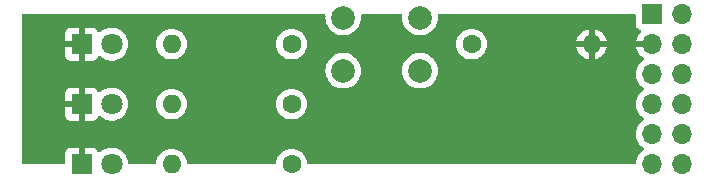
<source format=gbr>
%TF.GenerationSoftware,KiCad,Pcbnew,7.0.10*%
%TF.CreationDate,2024-01-31T18:25:17+09:00*%
%TF.ProjectId,test,74657374-2e6b-4696-9361-645f70636258,rev?*%
%TF.SameCoordinates,Original*%
%TF.FileFunction,Copper,L2,Bot*%
%TF.FilePolarity,Positive*%
%FSLAX46Y46*%
G04 Gerber Fmt 4.6, Leading zero omitted, Abs format (unit mm)*
G04 Created by KiCad (PCBNEW 7.0.10) date 2024-01-31 18:25:17*
%MOMM*%
%LPD*%
G01*
G04 APERTURE LIST*
%TA.AperFunction,ComponentPad*%
%ADD10C,2.000000*%
%TD*%
%TA.AperFunction,ComponentPad*%
%ADD11C,1.600000*%
%TD*%
%TA.AperFunction,ComponentPad*%
%ADD12O,1.600000X1.600000*%
%TD*%
%TA.AperFunction,ComponentPad*%
%ADD13R,1.700000X1.700000*%
%TD*%
%TA.AperFunction,ComponentPad*%
%ADD14O,1.700000X1.700000*%
%TD*%
%TA.AperFunction,ComponentPad*%
%ADD15R,1.800000X1.800000*%
%TD*%
%TA.AperFunction,ComponentPad*%
%ADD16C,1.800000*%
%TD*%
%TA.AperFunction,ViaPad*%
%ADD17C,0.800000*%
%TD*%
G04 APERTURE END LIST*
D10*
%TO.P,SW1,1,1*%
%TO.N,Net-(J1-Pin_1)*%
X108510000Y-58710000D03*
X115010000Y-58710000D03*
%TO.P,SW1,2,2*%
%TO.N,Net-(J1-Pin_5)*%
X108510000Y-63210000D03*
X115010000Y-63210000D03*
%TD*%
D11*
%TO.P,R1,1*%
%TO.N,Net-(J1-Pin_7)*%
X104140000Y-60960000D03*
D12*
%TO.P,R1,2*%
%TO.N,Net-(D1-A)*%
X93980000Y-60960000D03*
%TD*%
D11*
%TO.P,R4,1*%
%TO.N,Net-(J1-Pin_5)*%
X119380000Y-60960000D03*
D12*
%TO.P,R4,2*%
%TO.N,GND*%
X129540000Y-60960000D03*
%TD*%
D11*
%TO.P,R3,1*%
%TO.N,Net-(J1-Pin_11)*%
X104140000Y-71120000D03*
D12*
%TO.P,R3,2*%
%TO.N,Net-(D3-A)*%
X93980000Y-71120000D03*
%TD*%
D13*
%TO.P,J1,1,Pin_1*%
%TO.N,Net-(J1-Pin_1)*%
X134620000Y-58420000D03*
D14*
%TO.P,J1,2,Pin_2*%
%TO.N,unconnected-(J1-Pin_2-Pad2)*%
X137160000Y-58420000D03*
%TO.P,J1,3,Pin_3*%
%TO.N,GND*%
X134620000Y-60960000D03*
%TO.P,J1,4,Pin_4*%
%TO.N,unconnected-(J1-Pin_4-Pad4)*%
X137160000Y-60960000D03*
%TO.P,J1,5,Pin_5*%
%TO.N,Net-(J1-Pin_5)*%
X134620000Y-63500000D03*
%TO.P,J1,6,Pin_6*%
%TO.N,unconnected-(J1-Pin_6-Pad6)*%
X137160000Y-63500000D03*
%TO.P,J1,7,Pin_7*%
%TO.N,Net-(J1-Pin_7)*%
X134620000Y-66040000D03*
%TO.P,J1,8,Pin_8*%
%TO.N,unconnected-(J1-Pin_8-Pad8)*%
X137160000Y-66040000D03*
%TO.P,J1,9,Pin_9*%
%TO.N,Net-(J1-Pin_9)*%
X134620000Y-68580000D03*
%TO.P,J1,10,Pin_10*%
%TO.N,unconnected-(J1-Pin_10-Pad10)*%
X137160000Y-68580000D03*
%TO.P,J1,11,Pin_11*%
%TO.N,Net-(J1-Pin_11)*%
X134620000Y-71120000D03*
%TO.P,J1,12,Pin_12*%
%TO.N,unconnected-(J1-Pin_12-Pad12)*%
X137160000Y-71120000D03*
%TD*%
D11*
%TO.P,R2,1*%
%TO.N,Net-(J1-Pin_9)*%
X104140000Y-66040000D03*
D12*
%TO.P,R2,2*%
%TO.N,Net-(D2-A)*%
X93980000Y-66040000D03*
%TD*%
D15*
%TO.P,D2,1,K*%
%TO.N,GND*%
X86360000Y-66040000D03*
D16*
%TO.P,D2,2,A*%
%TO.N,Net-(D2-A)*%
X88900000Y-66040000D03*
%TD*%
D15*
%TO.P,D3,1,K*%
%TO.N,GND*%
X86360000Y-71120000D03*
D16*
%TO.P,D3,2,A*%
%TO.N,Net-(D3-A)*%
X88900000Y-71120000D03*
%TD*%
D15*
%TO.P,D1,1,K*%
%TO.N,GND*%
X86360000Y-60960000D03*
D16*
%TO.P,D1,2,A*%
%TO.N,Net-(D1-A)*%
X88900000Y-60960000D03*
%TD*%
D17*
%TO.N,GND*%
X83820000Y-66040000D03*
X132080000Y-60960000D03*
X83820000Y-60960000D03*
%TD*%
%TA.AperFunction,Conductor*%
%TO.N,GND*%
G36*
X106960726Y-58439685D02*
G01*
X107006481Y-58492489D01*
X107017263Y-58554240D01*
X107004357Y-58709994D01*
X107004357Y-58710005D01*
X107024890Y-58957812D01*
X107024892Y-58957824D01*
X107085936Y-59198881D01*
X107185826Y-59426606D01*
X107321833Y-59634782D01*
X107321836Y-59634785D01*
X107490256Y-59817738D01*
X107686491Y-59970474D01*
X107686493Y-59970475D01*
X107904757Y-60088594D01*
X107905190Y-60088828D01*
X108140386Y-60169571D01*
X108385665Y-60210500D01*
X108634335Y-60210500D01*
X108879614Y-60169571D01*
X109114810Y-60088828D01*
X109333509Y-59970474D01*
X109529744Y-59817738D01*
X109698164Y-59634785D01*
X109834173Y-59426607D01*
X109934063Y-59198881D01*
X109995108Y-58957821D01*
X110015643Y-58710000D01*
X110015643Y-58709994D01*
X110002737Y-58554240D01*
X110016818Y-58485804D01*
X110065663Y-58435845D01*
X110126313Y-58420000D01*
X113393687Y-58420000D01*
X113460726Y-58439685D01*
X113506481Y-58492489D01*
X113517263Y-58554240D01*
X113504357Y-58709994D01*
X113504357Y-58710005D01*
X113524890Y-58957812D01*
X113524892Y-58957824D01*
X113585936Y-59198881D01*
X113685826Y-59426606D01*
X113821833Y-59634782D01*
X113821836Y-59634785D01*
X113990256Y-59817738D01*
X114186491Y-59970474D01*
X114186493Y-59970475D01*
X114404757Y-60088594D01*
X114405190Y-60088828D01*
X114640386Y-60169571D01*
X114885665Y-60210500D01*
X115134335Y-60210500D01*
X115379614Y-60169571D01*
X115614810Y-60088828D01*
X115833509Y-59970474D01*
X116029744Y-59817738D01*
X116198164Y-59634785D01*
X116334173Y-59426607D01*
X116434063Y-59198881D01*
X116495108Y-58957821D01*
X116515643Y-58710000D01*
X116515643Y-58709994D01*
X116502737Y-58554240D01*
X116516818Y-58485804D01*
X116565663Y-58435845D01*
X116626313Y-58420000D01*
X133145501Y-58420000D01*
X133212540Y-58439685D01*
X133258295Y-58492489D01*
X133269501Y-58544000D01*
X133269501Y-59317876D01*
X133275908Y-59377483D01*
X133326202Y-59512328D01*
X133326206Y-59512335D01*
X133412452Y-59627544D01*
X133412455Y-59627547D01*
X133527664Y-59713793D01*
X133527671Y-59713797D01*
X133589902Y-59737007D01*
X133659598Y-59763002D01*
X133715531Y-59804873D01*
X133739949Y-59870337D01*
X133725098Y-59938610D01*
X133703947Y-59966865D01*
X133581886Y-60088926D01*
X133446400Y-60282420D01*
X133446399Y-60282422D01*
X133346570Y-60496507D01*
X133346567Y-60496513D01*
X133289364Y-60709999D01*
X133289364Y-60710000D01*
X134186314Y-60710000D01*
X134160507Y-60750156D01*
X134120000Y-60888111D01*
X134120000Y-61031889D01*
X134160507Y-61169844D01*
X134186314Y-61210000D01*
X133289364Y-61210000D01*
X133346567Y-61423486D01*
X133346570Y-61423492D01*
X133446399Y-61637578D01*
X133581894Y-61831082D01*
X133748917Y-61998105D01*
X133934595Y-62128119D01*
X133978219Y-62182696D01*
X133985412Y-62252195D01*
X133953890Y-62314549D01*
X133934595Y-62331269D01*
X133748594Y-62461508D01*
X133581505Y-62628597D01*
X133445965Y-62822169D01*
X133445964Y-62822171D01*
X133346098Y-63036335D01*
X133346094Y-63036344D01*
X133284938Y-63264586D01*
X133284936Y-63264596D01*
X133264341Y-63499999D01*
X133264341Y-63500000D01*
X133284936Y-63735403D01*
X133284938Y-63735413D01*
X133346094Y-63963655D01*
X133346096Y-63963659D01*
X133346097Y-63963663D01*
X133350000Y-63972032D01*
X133445965Y-64177830D01*
X133445967Y-64177834D01*
X133543930Y-64317738D01*
X133581501Y-64371396D01*
X133581506Y-64371402D01*
X133748597Y-64538493D01*
X133748603Y-64538498D01*
X133934158Y-64668425D01*
X133977783Y-64723002D01*
X133984977Y-64792500D01*
X133953454Y-64854855D01*
X133934158Y-64871575D01*
X133748597Y-65001505D01*
X133581505Y-65168597D01*
X133445965Y-65362169D01*
X133445964Y-65362171D01*
X133346098Y-65576335D01*
X133346094Y-65576344D01*
X133284938Y-65804586D01*
X133284936Y-65804596D01*
X133264341Y-66039999D01*
X133264341Y-66040000D01*
X133284936Y-66275403D01*
X133284938Y-66275413D01*
X133346094Y-66503655D01*
X133346096Y-66503659D01*
X133346097Y-66503663D01*
X133350000Y-66512032D01*
X133445965Y-66717830D01*
X133445967Y-66717834D01*
X133554281Y-66872521D01*
X133581501Y-66911396D01*
X133581506Y-66911402D01*
X133748597Y-67078493D01*
X133748603Y-67078498D01*
X133934158Y-67208425D01*
X133977783Y-67263002D01*
X133984977Y-67332500D01*
X133953454Y-67394855D01*
X133934158Y-67411575D01*
X133748597Y-67541505D01*
X133581505Y-67708597D01*
X133445965Y-67902169D01*
X133445964Y-67902171D01*
X133346098Y-68116335D01*
X133346094Y-68116344D01*
X133284938Y-68344586D01*
X133284936Y-68344596D01*
X133264341Y-68579999D01*
X133264341Y-68580000D01*
X133284936Y-68815403D01*
X133284938Y-68815413D01*
X133346094Y-69043655D01*
X133346096Y-69043659D01*
X133346097Y-69043663D01*
X133350000Y-69052032D01*
X133445965Y-69257830D01*
X133445967Y-69257834D01*
X133554281Y-69412521D01*
X133581501Y-69451396D01*
X133581506Y-69451402D01*
X133748597Y-69618493D01*
X133748603Y-69618498D01*
X133934158Y-69748425D01*
X133977783Y-69803002D01*
X133984977Y-69872500D01*
X133953454Y-69934855D01*
X133934158Y-69951575D01*
X133748597Y-70081505D01*
X133581505Y-70248597D01*
X133445965Y-70442169D01*
X133445964Y-70442171D01*
X133346098Y-70656335D01*
X133346094Y-70656344D01*
X133284938Y-70884586D01*
X133284936Y-70884596D01*
X133274244Y-71006808D01*
X133248791Y-71071877D01*
X133192200Y-71112855D01*
X133150716Y-71120000D01*
X105559093Y-71120000D01*
X105492054Y-71100315D01*
X105446299Y-71047511D01*
X105435565Y-71006808D01*
X105425635Y-70893312D01*
X105425635Y-70893308D01*
X105366739Y-70673504D01*
X105270568Y-70467266D01*
X105140047Y-70280861D01*
X105140045Y-70280858D01*
X104979141Y-70119954D01*
X104792734Y-69989432D01*
X104792732Y-69989431D01*
X104586497Y-69893261D01*
X104586488Y-69893258D01*
X104366697Y-69834366D01*
X104366693Y-69834365D01*
X104366692Y-69834365D01*
X104366691Y-69834364D01*
X104366686Y-69834364D01*
X104140002Y-69814532D01*
X104139998Y-69814532D01*
X103913313Y-69834364D01*
X103913302Y-69834366D01*
X103693511Y-69893258D01*
X103693502Y-69893261D01*
X103487267Y-69989431D01*
X103487265Y-69989432D01*
X103300858Y-70119954D01*
X103139954Y-70280858D01*
X103009432Y-70467265D01*
X103009431Y-70467267D01*
X102913261Y-70673502D01*
X102913258Y-70673511D01*
X102854366Y-70893302D01*
X102854364Y-70893312D01*
X102844435Y-71006808D01*
X102818982Y-71071876D01*
X102762392Y-71112855D01*
X102720907Y-71120000D01*
X95399093Y-71120000D01*
X95332054Y-71100315D01*
X95286299Y-71047511D01*
X95275565Y-71006808D01*
X95265635Y-70893312D01*
X95265635Y-70893308D01*
X95206739Y-70673504D01*
X95110568Y-70467266D01*
X94980047Y-70280861D01*
X94980045Y-70280858D01*
X94819141Y-70119954D01*
X94632734Y-69989432D01*
X94632732Y-69989431D01*
X94426497Y-69893261D01*
X94426488Y-69893258D01*
X94206697Y-69834366D01*
X94206693Y-69834365D01*
X94206692Y-69834365D01*
X94206691Y-69834364D01*
X94206686Y-69834364D01*
X93980002Y-69814532D01*
X93979998Y-69814532D01*
X93753313Y-69834364D01*
X93753302Y-69834366D01*
X93533511Y-69893258D01*
X93533502Y-69893261D01*
X93327267Y-69989431D01*
X93327265Y-69989432D01*
X93140858Y-70119954D01*
X92979954Y-70280858D01*
X92849432Y-70467265D01*
X92849431Y-70467267D01*
X92753261Y-70673502D01*
X92753258Y-70673511D01*
X92694366Y-70893302D01*
X92694364Y-70893312D01*
X92684435Y-71006808D01*
X92658982Y-71071876D01*
X92602392Y-71112855D01*
X92560907Y-71120000D01*
X90419450Y-71120000D01*
X90352411Y-71100315D01*
X90306656Y-71047511D01*
X90295874Y-71006243D01*
X90286134Y-70888695D01*
X90272856Y-70836260D01*
X90229157Y-70663699D01*
X90135924Y-70451151D01*
X90008983Y-70256852D01*
X90008980Y-70256849D01*
X90008979Y-70256847D01*
X89851784Y-70086087D01*
X89851779Y-70086083D01*
X89851777Y-70086081D01*
X89668634Y-69943535D01*
X89668628Y-69943531D01*
X89464504Y-69833064D01*
X89464495Y-69833061D01*
X89244984Y-69757702D01*
X89057404Y-69726401D01*
X89016049Y-69719500D01*
X88783951Y-69719500D01*
X88742596Y-69726401D01*
X88555015Y-69757702D01*
X88335504Y-69833061D01*
X88335495Y-69833064D01*
X88131371Y-69943531D01*
X88131365Y-69943535D01*
X87948222Y-70086081D01*
X87948215Y-70086087D01*
X87939484Y-70095572D01*
X87879595Y-70131561D01*
X87809757Y-70129458D01*
X87752143Y-70089932D01*
X87732075Y-70054918D01*
X87703355Y-69977915D01*
X87703350Y-69977906D01*
X87617190Y-69862812D01*
X87617187Y-69862809D01*
X87502093Y-69776649D01*
X87502086Y-69776645D01*
X87367379Y-69726403D01*
X87367372Y-69726401D01*
X87307844Y-69720000D01*
X86610000Y-69720000D01*
X86610000Y-70745810D01*
X86557453Y-70709984D01*
X86427827Y-70670000D01*
X86326276Y-70670000D01*
X86225862Y-70685135D01*
X86110000Y-70740931D01*
X86110000Y-69720000D01*
X85412155Y-69720000D01*
X85352627Y-69726401D01*
X85352620Y-69726403D01*
X85217913Y-69776645D01*
X85217906Y-69776649D01*
X85102812Y-69862809D01*
X85102809Y-69862812D01*
X85016649Y-69977906D01*
X85016645Y-69977913D01*
X84966403Y-70112620D01*
X84966401Y-70112627D01*
X84960000Y-70172155D01*
X84960000Y-70996000D01*
X84940315Y-71063039D01*
X84887511Y-71108794D01*
X84836000Y-71120000D01*
X81404000Y-71120000D01*
X81336961Y-71100315D01*
X81291206Y-71047511D01*
X81280000Y-70996000D01*
X81280000Y-66987844D01*
X84960000Y-66987844D01*
X84966401Y-67047372D01*
X84966403Y-67047379D01*
X85016645Y-67182086D01*
X85016649Y-67182093D01*
X85102809Y-67297187D01*
X85102812Y-67297190D01*
X85217906Y-67383350D01*
X85217913Y-67383354D01*
X85352620Y-67433596D01*
X85352627Y-67433598D01*
X85412155Y-67439999D01*
X85412172Y-67440000D01*
X86110000Y-67440000D01*
X86110000Y-66414189D01*
X86162547Y-66450016D01*
X86292173Y-66490000D01*
X86393724Y-66490000D01*
X86494138Y-66474865D01*
X86610000Y-66419068D01*
X86610000Y-67440000D01*
X87307828Y-67440000D01*
X87307844Y-67439999D01*
X87367372Y-67433598D01*
X87367379Y-67433596D01*
X87502086Y-67383354D01*
X87502093Y-67383350D01*
X87617187Y-67297190D01*
X87617190Y-67297187D01*
X87703350Y-67182093D01*
X87703355Y-67182084D01*
X87732075Y-67105081D01*
X87773945Y-67049147D01*
X87839409Y-67024729D01*
X87907682Y-67039580D01*
X87939484Y-67064428D01*
X87948216Y-67073913D01*
X87948219Y-67073915D01*
X87948222Y-67073918D01*
X88131365Y-67216464D01*
X88131371Y-67216468D01*
X88131374Y-67216470D01*
X88335497Y-67326936D01*
X88389479Y-67345468D01*
X88555015Y-67402297D01*
X88555017Y-67402297D01*
X88555019Y-67402298D01*
X88783951Y-67440500D01*
X88783952Y-67440500D01*
X89016048Y-67440500D01*
X89016049Y-67440500D01*
X89244981Y-67402298D01*
X89464503Y-67326936D01*
X89668626Y-67216470D01*
X89678963Y-67208425D01*
X89845893Y-67078498D01*
X89851784Y-67073913D01*
X90008979Y-66903153D01*
X90135924Y-66708849D01*
X90229157Y-66496300D01*
X90286134Y-66271305D01*
X90286516Y-66266697D01*
X90305300Y-66040006D01*
X90305300Y-66040001D01*
X92674532Y-66040001D01*
X92694364Y-66266686D01*
X92694366Y-66266697D01*
X92753258Y-66486488D01*
X92753261Y-66486497D01*
X92849431Y-66692732D01*
X92849432Y-66692734D01*
X92979954Y-66879141D01*
X93140858Y-67040045D01*
X93140861Y-67040047D01*
X93327266Y-67170568D01*
X93533504Y-67266739D01*
X93753308Y-67325635D01*
X93915230Y-67339801D01*
X93979998Y-67345468D01*
X93980000Y-67345468D01*
X93980002Y-67345468D01*
X94036673Y-67340509D01*
X94206692Y-67325635D01*
X94426496Y-67266739D01*
X94632734Y-67170568D01*
X94819139Y-67040047D01*
X94980047Y-66879139D01*
X95110568Y-66692734D01*
X95206739Y-66486496D01*
X95265635Y-66266692D01*
X95282634Y-66072384D01*
X95285468Y-66040001D01*
X102834532Y-66040001D01*
X102854364Y-66266686D01*
X102854366Y-66266697D01*
X102913258Y-66486488D01*
X102913261Y-66486497D01*
X103009431Y-66692732D01*
X103009432Y-66692734D01*
X103139954Y-66879141D01*
X103300858Y-67040045D01*
X103300861Y-67040047D01*
X103487266Y-67170568D01*
X103693504Y-67266739D01*
X103913308Y-67325635D01*
X104075230Y-67339801D01*
X104139998Y-67345468D01*
X104140000Y-67345468D01*
X104140002Y-67345468D01*
X104196673Y-67340509D01*
X104366692Y-67325635D01*
X104586496Y-67266739D01*
X104792734Y-67170568D01*
X104979139Y-67040047D01*
X105140047Y-66879139D01*
X105270568Y-66692734D01*
X105366739Y-66486496D01*
X105425635Y-66266692D01*
X105442634Y-66072384D01*
X105445468Y-66040001D01*
X105445468Y-66039998D01*
X105425635Y-65813313D01*
X105425635Y-65813308D01*
X105366739Y-65593504D01*
X105270568Y-65387266D01*
X105140047Y-65200861D01*
X105140045Y-65200858D01*
X104979141Y-65039954D01*
X104792734Y-64909432D01*
X104792732Y-64909431D01*
X104586497Y-64813261D01*
X104586488Y-64813258D01*
X104366697Y-64754366D01*
X104366693Y-64754365D01*
X104366692Y-64754365D01*
X104366691Y-64754364D01*
X104366686Y-64754364D01*
X104140002Y-64734532D01*
X104139998Y-64734532D01*
X103913313Y-64754364D01*
X103913302Y-64754366D01*
X103693511Y-64813258D01*
X103693502Y-64813261D01*
X103487267Y-64909431D01*
X103487265Y-64909432D01*
X103300858Y-65039954D01*
X103139954Y-65200858D01*
X103009432Y-65387265D01*
X103009431Y-65387267D01*
X102913261Y-65593502D01*
X102913258Y-65593511D01*
X102854366Y-65813302D01*
X102854364Y-65813313D01*
X102834532Y-66039998D01*
X102834532Y-66040001D01*
X95285468Y-66040001D01*
X95285468Y-66039998D01*
X95265635Y-65813313D01*
X95265635Y-65813308D01*
X95206739Y-65593504D01*
X95110568Y-65387266D01*
X94980047Y-65200861D01*
X94980045Y-65200858D01*
X94819141Y-65039954D01*
X94632734Y-64909432D01*
X94632732Y-64909431D01*
X94426497Y-64813261D01*
X94426488Y-64813258D01*
X94206697Y-64754366D01*
X94206693Y-64754365D01*
X94206692Y-64754365D01*
X94206691Y-64754364D01*
X94206686Y-64754364D01*
X93980002Y-64734532D01*
X93979998Y-64734532D01*
X93753313Y-64754364D01*
X93753302Y-64754366D01*
X93533511Y-64813258D01*
X93533502Y-64813261D01*
X93327267Y-64909431D01*
X93327265Y-64909432D01*
X93140858Y-65039954D01*
X92979954Y-65200858D01*
X92849432Y-65387265D01*
X92849431Y-65387267D01*
X92753261Y-65593502D01*
X92753258Y-65593511D01*
X92694366Y-65813302D01*
X92694364Y-65813313D01*
X92674532Y-66039998D01*
X92674532Y-66040001D01*
X90305300Y-66040001D01*
X90305300Y-66039993D01*
X90286135Y-65808702D01*
X90286133Y-65808691D01*
X90229157Y-65583699D01*
X90135924Y-65371151D01*
X90008983Y-65176852D01*
X90008980Y-65176849D01*
X90008979Y-65176847D01*
X89851784Y-65006087D01*
X89851779Y-65006083D01*
X89851777Y-65006081D01*
X89668634Y-64863535D01*
X89668628Y-64863531D01*
X89464504Y-64753064D01*
X89464495Y-64753061D01*
X89244984Y-64677702D01*
X89057404Y-64646401D01*
X89016049Y-64639500D01*
X88783951Y-64639500D01*
X88742596Y-64646401D01*
X88555015Y-64677702D01*
X88335504Y-64753061D01*
X88335495Y-64753064D01*
X88131371Y-64863531D01*
X88131365Y-64863535D01*
X87948222Y-65006081D01*
X87948215Y-65006087D01*
X87939484Y-65015572D01*
X87879595Y-65051561D01*
X87809757Y-65049458D01*
X87752143Y-65009932D01*
X87732075Y-64974918D01*
X87703355Y-64897915D01*
X87703350Y-64897906D01*
X87617190Y-64782812D01*
X87617187Y-64782809D01*
X87502093Y-64696649D01*
X87502086Y-64696645D01*
X87367379Y-64646403D01*
X87367372Y-64646401D01*
X87307844Y-64640000D01*
X86610000Y-64640000D01*
X86610000Y-65665810D01*
X86557453Y-65629984D01*
X86427827Y-65590000D01*
X86326276Y-65590000D01*
X86225862Y-65605135D01*
X86110000Y-65660931D01*
X86110000Y-64640000D01*
X85412155Y-64640000D01*
X85352627Y-64646401D01*
X85352620Y-64646403D01*
X85217913Y-64696645D01*
X85217906Y-64696649D01*
X85102812Y-64782809D01*
X85102809Y-64782812D01*
X85016649Y-64897906D01*
X85016645Y-64897913D01*
X84966403Y-65032620D01*
X84966401Y-65032627D01*
X84960000Y-65092155D01*
X84960000Y-65790000D01*
X85984722Y-65790000D01*
X85936375Y-65873740D01*
X85906190Y-66005992D01*
X85916327Y-66141265D01*
X85965887Y-66267541D01*
X85983797Y-66290000D01*
X84960000Y-66290000D01*
X84960000Y-66987844D01*
X81280000Y-66987844D01*
X81280000Y-63210005D01*
X107004357Y-63210005D01*
X107024890Y-63457812D01*
X107024892Y-63457824D01*
X107085936Y-63698881D01*
X107185826Y-63926606D01*
X107321833Y-64134782D01*
X107351074Y-64166546D01*
X107490256Y-64317738D01*
X107686491Y-64470474D01*
X107905190Y-64588828D01*
X108140386Y-64669571D01*
X108385665Y-64710500D01*
X108634335Y-64710500D01*
X108879614Y-64669571D01*
X109114810Y-64588828D01*
X109333509Y-64470474D01*
X109529744Y-64317738D01*
X109698164Y-64134785D01*
X109834173Y-63926607D01*
X109934063Y-63698881D01*
X109995108Y-63457821D01*
X110011119Y-63264596D01*
X110015643Y-63210005D01*
X113504357Y-63210005D01*
X113524890Y-63457812D01*
X113524892Y-63457824D01*
X113585936Y-63698881D01*
X113685826Y-63926606D01*
X113821833Y-64134782D01*
X113851074Y-64166546D01*
X113990256Y-64317738D01*
X114186491Y-64470474D01*
X114405190Y-64588828D01*
X114640386Y-64669571D01*
X114885665Y-64710500D01*
X115134335Y-64710500D01*
X115379614Y-64669571D01*
X115614810Y-64588828D01*
X115833509Y-64470474D01*
X116029744Y-64317738D01*
X116198164Y-64134785D01*
X116334173Y-63926607D01*
X116434063Y-63698881D01*
X116495108Y-63457821D01*
X116511119Y-63264596D01*
X116515643Y-63210005D01*
X116515643Y-63209994D01*
X116495109Y-62962187D01*
X116495107Y-62962175D01*
X116434063Y-62721118D01*
X116334173Y-62493393D01*
X116198166Y-62285217D01*
X116167767Y-62252195D01*
X116029744Y-62102262D01*
X115833509Y-61949526D01*
X115833507Y-61949525D01*
X115833506Y-61949524D01*
X115614811Y-61831172D01*
X115614802Y-61831169D01*
X115379616Y-61750429D01*
X115134335Y-61709500D01*
X114885665Y-61709500D01*
X114640383Y-61750429D01*
X114405197Y-61831169D01*
X114405188Y-61831172D01*
X114186493Y-61949524D01*
X113990257Y-62102261D01*
X113821833Y-62285217D01*
X113685826Y-62493393D01*
X113585936Y-62721118D01*
X113524892Y-62962175D01*
X113524890Y-62962187D01*
X113504357Y-63209994D01*
X113504357Y-63210005D01*
X110015643Y-63210005D01*
X110015643Y-63209994D01*
X109995109Y-62962187D01*
X109995107Y-62962175D01*
X109934063Y-62721118D01*
X109834173Y-62493393D01*
X109698166Y-62285217D01*
X109667767Y-62252195D01*
X109529744Y-62102262D01*
X109333509Y-61949526D01*
X109333507Y-61949525D01*
X109333506Y-61949524D01*
X109114811Y-61831172D01*
X109114802Y-61831169D01*
X108879616Y-61750429D01*
X108634335Y-61709500D01*
X108385665Y-61709500D01*
X108140383Y-61750429D01*
X107905197Y-61831169D01*
X107905188Y-61831172D01*
X107686493Y-61949524D01*
X107490257Y-62102261D01*
X107321833Y-62285217D01*
X107185826Y-62493393D01*
X107085936Y-62721118D01*
X107024892Y-62962175D01*
X107024890Y-62962187D01*
X107004357Y-63209994D01*
X107004357Y-63210005D01*
X81280000Y-63210005D01*
X81280000Y-61907844D01*
X84960000Y-61907844D01*
X84966401Y-61967372D01*
X84966403Y-61967379D01*
X85016645Y-62102086D01*
X85016649Y-62102093D01*
X85102809Y-62217187D01*
X85102812Y-62217190D01*
X85217906Y-62303350D01*
X85217913Y-62303354D01*
X85352620Y-62353596D01*
X85352627Y-62353598D01*
X85412155Y-62359999D01*
X85412172Y-62360000D01*
X86110000Y-62360000D01*
X86110000Y-61334189D01*
X86162547Y-61370016D01*
X86292173Y-61410000D01*
X86393724Y-61410000D01*
X86494138Y-61394865D01*
X86610000Y-61339068D01*
X86610000Y-62360000D01*
X87307828Y-62360000D01*
X87307844Y-62359999D01*
X87367372Y-62353598D01*
X87367379Y-62353596D01*
X87502086Y-62303354D01*
X87502093Y-62303350D01*
X87617187Y-62217190D01*
X87617190Y-62217187D01*
X87703350Y-62102093D01*
X87703355Y-62102084D01*
X87732075Y-62025081D01*
X87773945Y-61969147D01*
X87839409Y-61944729D01*
X87907682Y-61959580D01*
X87939484Y-61984428D01*
X87948216Y-61993913D01*
X87948219Y-61993915D01*
X87948222Y-61993918D01*
X88131365Y-62136464D01*
X88131371Y-62136468D01*
X88131374Y-62136470D01*
X88335497Y-62246936D01*
X88447000Y-62285215D01*
X88555015Y-62322297D01*
X88555017Y-62322297D01*
X88555019Y-62322298D01*
X88783951Y-62360500D01*
X88783952Y-62360500D01*
X89016048Y-62360500D01*
X89016049Y-62360500D01*
X89244981Y-62322298D01*
X89464503Y-62246936D01*
X89668626Y-62136470D01*
X89678963Y-62128425D01*
X89845893Y-61998498D01*
X89851784Y-61993913D01*
X90008979Y-61823153D01*
X90135924Y-61628849D01*
X90229157Y-61416300D01*
X90286134Y-61191305D01*
X90286516Y-61186697D01*
X90305300Y-60960006D01*
X90305300Y-60960001D01*
X92674532Y-60960001D01*
X92694364Y-61186686D01*
X92694366Y-61186697D01*
X92753258Y-61406488D01*
X92753261Y-61406497D01*
X92849431Y-61612732D01*
X92849432Y-61612734D01*
X92979954Y-61799141D01*
X93140858Y-61960045D01*
X93140861Y-61960047D01*
X93327266Y-62090568D01*
X93533504Y-62186739D01*
X93753308Y-62245635D01*
X93915230Y-62259801D01*
X93979998Y-62265468D01*
X93980000Y-62265468D01*
X93980002Y-62265468D01*
X94036673Y-62260509D01*
X94206692Y-62245635D01*
X94426496Y-62186739D01*
X94632734Y-62090568D01*
X94819139Y-61960047D01*
X94980047Y-61799139D01*
X95110568Y-61612734D01*
X95206739Y-61406496D01*
X95265635Y-61186692D01*
X95282634Y-60992384D01*
X95285468Y-60960001D01*
X102834532Y-60960001D01*
X102854364Y-61186686D01*
X102854366Y-61186697D01*
X102913258Y-61406488D01*
X102913261Y-61406497D01*
X103009431Y-61612732D01*
X103009432Y-61612734D01*
X103139954Y-61799141D01*
X103300858Y-61960045D01*
X103300861Y-61960047D01*
X103487266Y-62090568D01*
X103693504Y-62186739D01*
X103913308Y-62245635D01*
X104075230Y-62259801D01*
X104139998Y-62265468D01*
X104140000Y-62265468D01*
X104140002Y-62265468D01*
X104196673Y-62260509D01*
X104366692Y-62245635D01*
X104586496Y-62186739D01*
X104792734Y-62090568D01*
X104979139Y-61960047D01*
X105140047Y-61799139D01*
X105270568Y-61612734D01*
X105366739Y-61406496D01*
X105425635Y-61186692D01*
X105442634Y-60992384D01*
X105445468Y-60960001D01*
X118074532Y-60960001D01*
X118094364Y-61186686D01*
X118094366Y-61186697D01*
X118153258Y-61406488D01*
X118153261Y-61406497D01*
X118249431Y-61612732D01*
X118249432Y-61612734D01*
X118379954Y-61799141D01*
X118540858Y-61960045D01*
X118540861Y-61960047D01*
X118727266Y-62090568D01*
X118933504Y-62186739D01*
X119153308Y-62245635D01*
X119315230Y-62259801D01*
X119379998Y-62265468D01*
X119380000Y-62265468D01*
X119380002Y-62265468D01*
X119436673Y-62260509D01*
X119606692Y-62245635D01*
X119826496Y-62186739D01*
X120032734Y-62090568D01*
X120219139Y-61960047D01*
X120380047Y-61799139D01*
X120510568Y-61612734D01*
X120606739Y-61406496D01*
X120665635Y-61186692D01*
X120682634Y-60992384D01*
X120685468Y-60960001D01*
X120685468Y-60959998D01*
X120670922Y-60793740D01*
X120665635Y-60733308D01*
X120659389Y-60709999D01*
X128261127Y-60709999D01*
X128261128Y-60710000D01*
X129224314Y-60710000D01*
X129212359Y-60721955D01*
X129154835Y-60834852D01*
X129135014Y-60960000D01*
X129154835Y-61085148D01*
X129212359Y-61198045D01*
X129224314Y-61210000D01*
X128261128Y-61210000D01*
X128313730Y-61406317D01*
X128313734Y-61406326D01*
X128409865Y-61612482D01*
X128540342Y-61798820D01*
X128701179Y-61959657D01*
X128887517Y-62090134D01*
X129093673Y-62186265D01*
X129093682Y-62186269D01*
X129289999Y-62238872D01*
X129290000Y-62238871D01*
X129290000Y-61275686D01*
X129301955Y-61287641D01*
X129414852Y-61345165D01*
X129508519Y-61360000D01*
X129571481Y-61360000D01*
X129665148Y-61345165D01*
X129778045Y-61287641D01*
X129790000Y-61275686D01*
X129790000Y-62238872D01*
X129986317Y-62186269D01*
X129986326Y-62186265D01*
X130192482Y-62090134D01*
X130378820Y-61959657D01*
X130539657Y-61798820D01*
X130670134Y-61612482D01*
X130766265Y-61406326D01*
X130766269Y-61406317D01*
X130818872Y-61210000D01*
X129855686Y-61210000D01*
X129867641Y-61198045D01*
X129925165Y-61085148D01*
X129944986Y-60960000D01*
X129925165Y-60834852D01*
X129867641Y-60721955D01*
X129855686Y-60710000D01*
X130818872Y-60710000D01*
X130818872Y-60709999D01*
X130766269Y-60513682D01*
X130766265Y-60513673D01*
X130670134Y-60307517D01*
X130539657Y-60121179D01*
X130378820Y-59960342D01*
X130192482Y-59829865D01*
X129986328Y-59733734D01*
X129790000Y-59681127D01*
X129790000Y-60644314D01*
X129778045Y-60632359D01*
X129665148Y-60574835D01*
X129571481Y-60560000D01*
X129508519Y-60560000D01*
X129414852Y-60574835D01*
X129301955Y-60632359D01*
X129290000Y-60644314D01*
X129290000Y-59681127D01*
X129093671Y-59733734D01*
X128887517Y-59829865D01*
X128701179Y-59960342D01*
X128540342Y-60121179D01*
X128409865Y-60307517D01*
X128313734Y-60513673D01*
X128313730Y-60513682D01*
X128261127Y-60709999D01*
X120659389Y-60709999D01*
X120606739Y-60513504D01*
X120510568Y-60307266D01*
X120380047Y-60120861D01*
X120380045Y-60120858D01*
X120219141Y-59959954D01*
X120032734Y-59829432D01*
X120032732Y-59829431D01*
X119826497Y-59733261D01*
X119826488Y-59733258D01*
X119606697Y-59674366D01*
X119606693Y-59674365D01*
X119606692Y-59674365D01*
X119606691Y-59674364D01*
X119606686Y-59674364D01*
X119380002Y-59654532D01*
X119379998Y-59654532D01*
X119153313Y-59674364D01*
X119153302Y-59674366D01*
X118933511Y-59733258D01*
X118933502Y-59733261D01*
X118727267Y-59829431D01*
X118727265Y-59829432D01*
X118540858Y-59959954D01*
X118379954Y-60120858D01*
X118249432Y-60307265D01*
X118249431Y-60307267D01*
X118153261Y-60513502D01*
X118153258Y-60513511D01*
X118094366Y-60733302D01*
X118094364Y-60733313D01*
X118074532Y-60959998D01*
X118074532Y-60960001D01*
X105445468Y-60960001D01*
X105445468Y-60959998D01*
X105430922Y-60793740D01*
X105425635Y-60733308D01*
X105366739Y-60513504D01*
X105270568Y-60307266D01*
X105140047Y-60120861D01*
X105140045Y-60120858D01*
X104979141Y-59959954D01*
X104792734Y-59829432D01*
X104792732Y-59829431D01*
X104586497Y-59733261D01*
X104586488Y-59733258D01*
X104366697Y-59674366D01*
X104366693Y-59674365D01*
X104366692Y-59674365D01*
X104366691Y-59674364D01*
X104366686Y-59674364D01*
X104140002Y-59654532D01*
X104139998Y-59654532D01*
X103913313Y-59674364D01*
X103913302Y-59674366D01*
X103693511Y-59733258D01*
X103693502Y-59733261D01*
X103487267Y-59829431D01*
X103487265Y-59829432D01*
X103300858Y-59959954D01*
X103139954Y-60120858D01*
X103009432Y-60307265D01*
X103009431Y-60307267D01*
X102913261Y-60513502D01*
X102913258Y-60513511D01*
X102854366Y-60733302D01*
X102854364Y-60733313D01*
X102834532Y-60959998D01*
X102834532Y-60960001D01*
X95285468Y-60960001D01*
X95285468Y-60959998D01*
X95270922Y-60793740D01*
X95265635Y-60733308D01*
X95206739Y-60513504D01*
X95110568Y-60307266D01*
X94980047Y-60120861D01*
X94980045Y-60120858D01*
X94819141Y-59959954D01*
X94632734Y-59829432D01*
X94632732Y-59829431D01*
X94426497Y-59733261D01*
X94426488Y-59733258D01*
X94206697Y-59674366D01*
X94206693Y-59674365D01*
X94206692Y-59674365D01*
X94206691Y-59674364D01*
X94206686Y-59674364D01*
X93980002Y-59654532D01*
X93979998Y-59654532D01*
X93753313Y-59674364D01*
X93753302Y-59674366D01*
X93533511Y-59733258D01*
X93533502Y-59733261D01*
X93327267Y-59829431D01*
X93327265Y-59829432D01*
X93140858Y-59959954D01*
X92979954Y-60120858D01*
X92849432Y-60307265D01*
X92849431Y-60307267D01*
X92753261Y-60513502D01*
X92753258Y-60513511D01*
X92694366Y-60733302D01*
X92694364Y-60733313D01*
X92674532Y-60959998D01*
X92674532Y-60960001D01*
X90305300Y-60960001D01*
X90305300Y-60959993D01*
X90286135Y-60728702D01*
X90286133Y-60728691D01*
X90229157Y-60503699D01*
X90135924Y-60291151D01*
X90008983Y-60096852D01*
X90008980Y-60096849D01*
X90008979Y-60096847D01*
X89851784Y-59926087D01*
X89851779Y-59926083D01*
X89851777Y-59926081D01*
X89668634Y-59783535D01*
X89668628Y-59783531D01*
X89464504Y-59673064D01*
X89464495Y-59673061D01*
X89244984Y-59597702D01*
X89057404Y-59566401D01*
X89016049Y-59559500D01*
X88783951Y-59559500D01*
X88742596Y-59566401D01*
X88555015Y-59597702D01*
X88335504Y-59673061D01*
X88335495Y-59673064D01*
X88131371Y-59783531D01*
X88131365Y-59783535D01*
X87948222Y-59926081D01*
X87948215Y-59926087D01*
X87939484Y-59935572D01*
X87879595Y-59971561D01*
X87809757Y-59969458D01*
X87752143Y-59929932D01*
X87732075Y-59894918D01*
X87703355Y-59817915D01*
X87703350Y-59817906D01*
X87617190Y-59702812D01*
X87617187Y-59702809D01*
X87502093Y-59616649D01*
X87502086Y-59616645D01*
X87367379Y-59566403D01*
X87367372Y-59566401D01*
X87307844Y-59560000D01*
X86610000Y-59560000D01*
X86610000Y-60585810D01*
X86557453Y-60549984D01*
X86427827Y-60510000D01*
X86326276Y-60510000D01*
X86225862Y-60525135D01*
X86110000Y-60580931D01*
X86110000Y-59560000D01*
X85412155Y-59560000D01*
X85352627Y-59566401D01*
X85352620Y-59566403D01*
X85217913Y-59616645D01*
X85217906Y-59616649D01*
X85102812Y-59702809D01*
X85102809Y-59702812D01*
X85016649Y-59817906D01*
X85016645Y-59817913D01*
X84966403Y-59952620D01*
X84966401Y-59952627D01*
X84960000Y-60012155D01*
X84960000Y-60710000D01*
X85984722Y-60710000D01*
X85936375Y-60793740D01*
X85906190Y-60925992D01*
X85916327Y-61061265D01*
X85965887Y-61187541D01*
X85983797Y-61210000D01*
X84960000Y-61210000D01*
X84960000Y-61907844D01*
X81280000Y-61907844D01*
X81280000Y-58544000D01*
X81299685Y-58476961D01*
X81352489Y-58431206D01*
X81404000Y-58420000D01*
X106893687Y-58420000D01*
X106960726Y-58439685D01*
G37*
%TD.AperFunction*%
%TD*%
M02*

</source>
